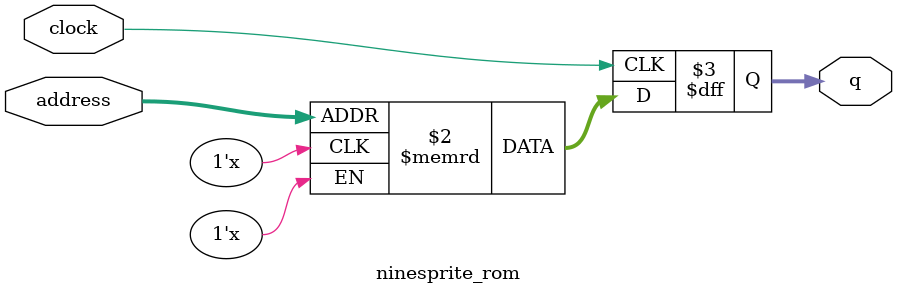
<source format=sv>
module ninesprite_rom (
	input logic clock,
	input logic [7:0] address,
	output logic [3:0] q
);

logic [3:0] memory [0:241] /* synthesis ram_init_file = "./ninesprite/ninesprite.mif" */;

always_ff @ (posedge clock) begin
	q <= memory[address];
end

endmodule

</source>
